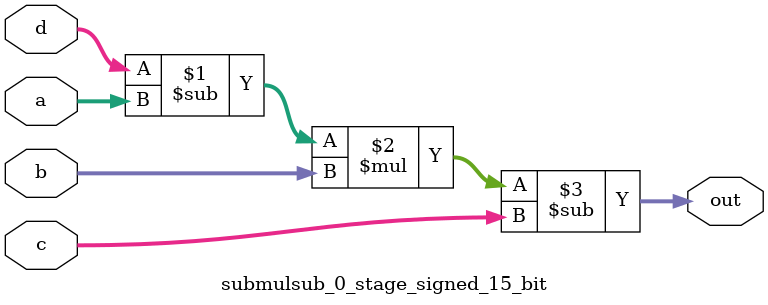
<source format=sv>
(* use_dsp = "yes" *) module submulsub_0_stage_signed_15_bit(
	input signed [14:0] a,
	input signed [14:0] b,
	input signed [14:0] c,
	input signed [14:0] d,
	output [14:0] out
	);

	assign out = ((d - a) * b) - c;
endmodule

</source>
